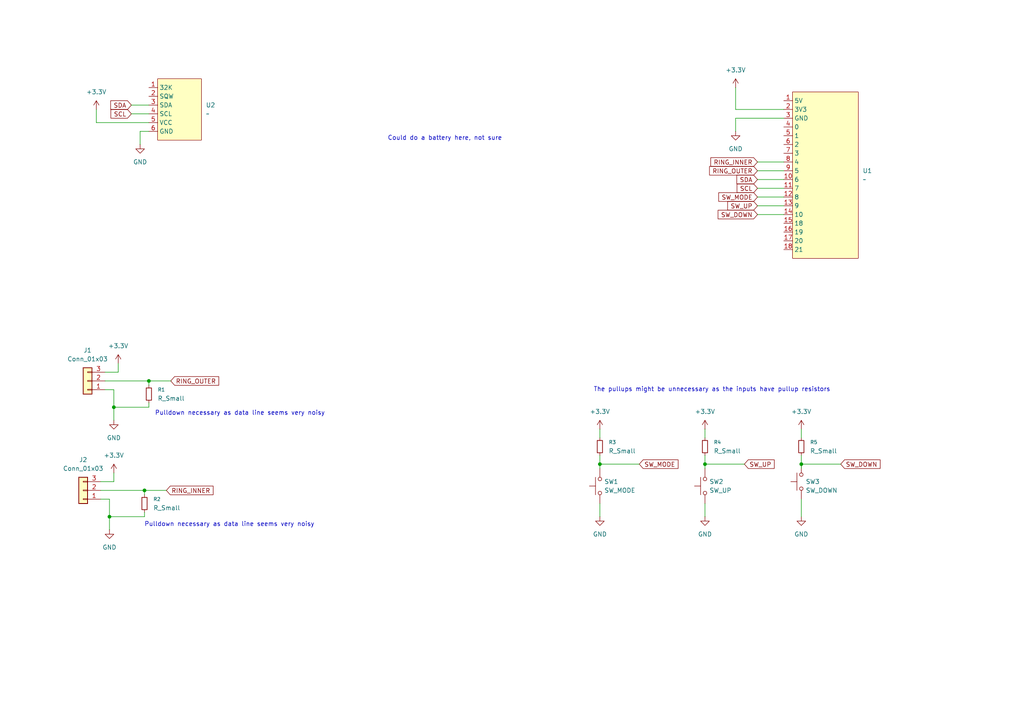
<source format=kicad_sch>
(kicad_sch
	(version 20250114)
	(generator "eeschema")
	(generator_version "9.0")
	(uuid "846d6995-4ba9-4371-9cea-a1a470e48603")
	(paper "A4")
	(lib_symbols
		(symbol "Connector_Generic:Conn_01x03"
			(pin_names
				(offset 1.016)
				(hide yes)
			)
			(exclude_from_sim no)
			(in_bom yes)
			(on_board yes)
			(property "Reference" "J"
				(at 0 5.08 0)
				(effects
					(font
						(size 1.27 1.27)
					)
				)
			)
			(property "Value" "Conn_01x03"
				(at 0 -5.08 0)
				(effects
					(font
						(size 1.27 1.27)
					)
				)
			)
			(property "Footprint" ""
				(at 0 0 0)
				(effects
					(font
						(size 1.27 1.27)
					)
					(hide yes)
				)
			)
			(property "Datasheet" "~"
				(at 0 0 0)
				(effects
					(font
						(size 1.27 1.27)
					)
					(hide yes)
				)
			)
			(property "Description" "Generic connector, single row, 01x03, script generated (kicad-library-utils/schlib/autogen/connector/)"
				(at 0 0 0)
				(effects
					(font
						(size 1.27 1.27)
					)
					(hide yes)
				)
			)
			(property "ki_keywords" "connector"
				(at 0 0 0)
				(effects
					(font
						(size 1.27 1.27)
					)
					(hide yes)
				)
			)
			(property "ki_fp_filters" "Connector*:*_1x??_*"
				(at 0 0 0)
				(effects
					(font
						(size 1.27 1.27)
					)
					(hide yes)
				)
			)
			(symbol "Conn_01x03_1_1"
				(rectangle
					(start -1.27 3.81)
					(end 1.27 -3.81)
					(stroke
						(width 0.254)
						(type default)
					)
					(fill
						(type background)
					)
				)
				(rectangle
					(start -1.27 2.667)
					(end 0 2.413)
					(stroke
						(width 0.1524)
						(type default)
					)
					(fill
						(type none)
					)
				)
				(rectangle
					(start -1.27 0.127)
					(end 0 -0.127)
					(stroke
						(width 0.1524)
						(type default)
					)
					(fill
						(type none)
					)
				)
				(rectangle
					(start -1.27 -2.413)
					(end 0 -2.667)
					(stroke
						(width 0.1524)
						(type default)
					)
					(fill
						(type none)
					)
				)
				(pin passive line
					(at -5.08 2.54 0)
					(length 3.81)
					(name "Pin_1"
						(effects
							(font
								(size 1.27 1.27)
							)
						)
					)
					(number "1"
						(effects
							(font
								(size 1.27 1.27)
							)
						)
					)
				)
				(pin passive line
					(at -5.08 0 0)
					(length 3.81)
					(name "Pin_2"
						(effects
							(font
								(size 1.27 1.27)
							)
						)
					)
					(number "2"
						(effects
							(font
								(size 1.27 1.27)
							)
						)
					)
				)
				(pin passive line
					(at -5.08 -2.54 0)
					(length 3.81)
					(name "Pin_3"
						(effects
							(font
								(size 1.27 1.27)
							)
						)
					)
					(number "3"
						(effects
							(font
								(size 1.27 1.27)
							)
						)
					)
				)
			)
			(embedded_fonts no)
		)
		(symbol "Device:R_Small"
			(pin_numbers
				(hide yes)
			)
			(pin_names
				(offset 0.254)
				(hide yes)
			)
			(exclude_from_sim no)
			(in_bom yes)
			(on_board yes)
			(property "Reference" "R"
				(at 0 0 90)
				(effects
					(font
						(size 1.016 1.016)
					)
				)
			)
			(property "Value" "R_Small"
				(at 1.778 0 90)
				(effects
					(font
						(size 1.27 1.27)
					)
				)
			)
			(property "Footprint" ""
				(at 0 0 0)
				(effects
					(font
						(size 1.27 1.27)
					)
					(hide yes)
				)
			)
			(property "Datasheet" "~"
				(at 0 0 0)
				(effects
					(font
						(size 1.27 1.27)
					)
					(hide yes)
				)
			)
			(property "Description" "Resistor, small symbol"
				(at 0 0 0)
				(effects
					(font
						(size 1.27 1.27)
					)
					(hide yes)
				)
			)
			(property "ki_keywords" "R resistor"
				(at 0 0 0)
				(effects
					(font
						(size 1.27 1.27)
					)
					(hide yes)
				)
			)
			(property "ki_fp_filters" "R_*"
				(at 0 0 0)
				(effects
					(font
						(size 1.27 1.27)
					)
					(hide yes)
				)
			)
			(symbol "R_Small_0_1"
				(rectangle
					(start -0.762 1.778)
					(end 0.762 -1.778)
					(stroke
						(width 0.2032)
						(type default)
					)
					(fill
						(type none)
					)
				)
			)
			(symbol "R_Small_1_1"
				(pin passive line
					(at 0 2.54 270)
					(length 0.762)
					(name "~"
						(effects
							(font
								(size 1.27 1.27)
							)
						)
					)
					(number "1"
						(effects
							(font
								(size 1.27 1.27)
							)
						)
					)
				)
				(pin passive line
					(at 0 -2.54 90)
					(length 0.762)
					(name "~"
						(effects
							(font
								(size 1.27 1.27)
							)
						)
					)
					(number "2"
						(effects
							(font
								(size 1.27 1.27)
							)
						)
					)
				)
			)
			(embedded_fonts no)
		)
		(symbol "RTC_breakout:RTC_Breakout"
			(exclude_from_sim no)
			(in_bom yes)
			(on_board yes)
			(property "Reference" "U"
				(at -1.016 1.016 0)
				(effects
					(font
						(size 1.27 1.27)
					)
				)
			)
			(property "Value" ""
				(at 0 0 0)
				(effects
					(font
						(size 1.27 1.27)
					)
				)
			)
			(property "Footprint" ""
				(at 0 0 0)
				(effects
					(font
						(size 1.27 1.27)
					)
					(hide yes)
				)
			)
			(property "Datasheet" ""
				(at 0 0 0)
				(effects
					(font
						(size 1.27 1.27)
					)
					(hide yes)
				)
			)
			(property "Description" ""
				(at 0 0 0)
				(effects
					(font
						(size 1.27 1.27)
					)
					(hide yes)
				)
			)
			(symbol "RTC_Breakout_1_1"
				(rectangle
					(start -8.89 8.89)
					(end 3.81 -8.89)
					(stroke
						(width 0)
						(type solid)
					)
					(fill
						(type background)
					)
				)
				(pin input line
					(at -11.43 6.35 0)
					(length 2.54)
					(name "32K"
						(effects
							(font
								(size 1.27 1.27)
							)
						)
					)
					(number "1"
						(effects
							(font
								(size 1.27 1.27)
							)
						)
					)
				)
				(pin input line
					(at -11.43 3.81 0)
					(length 2.54)
					(name "SQW"
						(effects
							(font
								(size 1.27 1.27)
							)
						)
					)
					(number "2"
						(effects
							(font
								(size 1.27 1.27)
							)
						)
					)
				)
				(pin input line
					(at -11.43 1.27 0)
					(length 2.54)
					(name "SDA"
						(effects
							(font
								(size 1.27 1.27)
							)
						)
					)
					(number "3"
						(effects
							(font
								(size 1.27 1.27)
							)
						)
					)
				)
				(pin input line
					(at -11.43 -1.27 0)
					(length 2.54)
					(name "SCL"
						(effects
							(font
								(size 1.27 1.27)
							)
						)
					)
					(number "4"
						(effects
							(font
								(size 1.27 1.27)
							)
						)
					)
				)
				(pin input line
					(at -11.43 -3.81 0)
					(length 2.54)
					(name "VCC"
						(effects
							(font
								(size 1.27 1.27)
							)
						)
					)
					(number "5"
						(effects
							(font
								(size 1.27 1.27)
							)
						)
					)
				)
				(pin input line
					(at -11.43 -6.35 0)
					(length 2.54)
					(name "GND"
						(effects
							(font
								(size 1.27 1.27)
							)
						)
					)
					(number "6"
						(effects
							(font
								(size 1.27 1.27)
							)
						)
					)
				)
			)
			(embedded_fonts no)
		)
		(symbol "Switch:SW_Push"
			(pin_numbers
				(hide yes)
			)
			(pin_names
				(offset 1.016)
				(hide yes)
			)
			(exclude_from_sim no)
			(in_bom yes)
			(on_board yes)
			(property "Reference" "SW"
				(at 1.27 2.54 0)
				(effects
					(font
						(size 1.27 1.27)
					)
					(justify left)
				)
			)
			(property "Value" "SW_Push"
				(at 0 -1.524 0)
				(effects
					(font
						(size 1.27 1.27)
					)
				)
			)
			(property "Footprint" ""
				(at 0 5.08 0)
				(effects
					(font
						(size 1.27 1.27)
					)
					(hide yes)
				)
			)
			(property "Datasheet" "~"
				(at 0 5.08 0)
				(effects
					(font
						(size 1.27 1.27)
					)
					(hide yes)
				)
			)
			(property "Description" "Push button switch, generic, two pins"
				(at 0 0 0)
				(effects
					(font
						(size 1.27 1.27)
					)
					(hide yes)
				)
			)
			(property "ki_keywords" "switch normally-open pushbutton push-button"
				(at 0 0 0)
				(effects
					(font
						(size 1.27 1.27)
					)
					(hide yes)
				)
			)
			(symbol "SW_Push_0_1"
				(circle
					(center -2.032 0)
					(radius 0.508)
					(stroke
						(width 0)
						(type default)
					)
					(fill
						(type none)
					)
				)
				(polyline
					(pts
						(xy 0 1.27) (xy 0 3.048)
					)
					(stroke
						(width 0)
						(type default)
					)
					(fill
						(type none)
					)
				)
				(circle
					(center 2.032 0)
					(radius 0.508)
					(stroke
						(width 0)
						(type default)
					)
					(fill
						(type none)
					)
				)
				(polyline
					(pts
						(xy 2.54 1.27) (xy -2.54 1.27)
					)
					(stroke
						(width 0)
						(type default)
					)
					(fill
						(type none)
					)
				)
				(pin passive line
					(at -5.08 0 0)
					(length 2.54)
					(name "1"
						(effects
							(font
								(size 1.27 1.27)
							)
						)
					)
					(number "1"
						(effects
							(font
								(size 1.27 1.27)
							)
						)
					)
				)
				(pin passive line
					(at 5.08 0 180)
					(length 2.54)
					(name "2"
						(effects
							(font
								(size 1.27 1.27)
							)
						)
					)
					(number "2"
						(effects
							(font
								(size 1.27 1.27)
							)
						)
					)
				)
			)
			(embedded_fonts no)
		)
		(symbol "Waveshare:Waveshare_ESP32-C3-zero"
			(exclude_from_sim no)
			(in_bom yes)
			(on_board yes)
			(property "Reference" "U"
				(at 0 0 0)
				(effects
					(font
						(size 1.27 1.27)
					)
				)
			)
			(property "Value" ""
				(at 0 0 0)
				(effects
					(font
						(size 1.27 1.27)
					)
				)
			)
			(property "Footprint" ""
				(at 0 0 0)
				(effects
					(font
						(size 1.27 1.27)
					)
					(hide yes)
				)
			)
			(property "Datasheet" ""
				(at 0 0 0)
				(effects
					(font
						(size 1.27 1.27)
					)
					(hide yes)
				)
			)
			(property "Description" ""
				(at 0 0 0)
				(effects
					(font
						(size 1.27 1.27)
					)
					(hide yes)
				)
			)
			(symbol "Waveshare_ESP32-C3-zero_1_1"
				(rectangle
					(start -10.16 11.43)
					(end 8.89 -36.83)
					(stroke
						(width 0)
						(type solid)
					)
					(fill
						(type background)
					)
				)
				(pin input line
					(at -12.7 8.89 0)
					(length 2.54)
					(name "5V"
						(effects
							(font
								(size 1.27 1.27)
							)
						)
					)
					(number "1"
						(effects
							(font
								(size 1.27 1.27)
							)
						)
					)
				)
				(pin input line
					(at -12.7 6.35 0)
					(length 2.54)
					(name "3V3"
						(effects
							(font
								(size 1.27 1.27)
							)
						)
					)
					(number "2"
						(effects
							(font
								(size 1.27 1.27)
							)
						)
					)
				)
				(pin input line
					(at -12.7 3.81 0)
					(length 2.54)
					(name "GND"
						(effects
							(font
								(size 1.27 1.27)
							)
						)
					)
					(number "3"
						(effects
							(font
								(size 1.27 1.27)
							)
						)
					)
				)
				(pin input line
					(at -12.7 1.27 0)
					(length 2.54)
					(name "0"
						(effects
							(font
								(size 1.27 1.27)
							)
						)
					)
					(number "4"
						(effects
							(font
								(size 1.27 1.27)
							)
						)
					)
				)
				(pin input line
					(at -12.7 -1.27 0)
					(length 2.54)
					(name "1"
						(effects
							(font
								(size 1.27 1.27)
							)
						)
					)
					(number "5"
						(effects
							(font
								(size 1.27 1.27)
							)
						)
					)
				)
				(pin input line
					(at -12.7 -3.81 0)
					(length 2.54)
					(name "2"
						(effects
							(font
								(size 1.27 1.27)
							)
						)
					)
					(number "6"
						(effects
							(font
								(size 1.27 1.27)
							)
						)
					)
				)
				(pin input line
					(at -12.7 -6.35 0)
					(length 2.54)
					(name "3"
						(effects
							(font
								(size 1.27 1.27)
							)
						)
					)
					(number "7"
						(effects
							(font
								(size 1.27 1.27)
							)
						)
					)
				)
				(pin input line
					(at -12.7 -8.89 0)
					(length 2.54)
					(name "4"
						(effects
							(font
								(size 1.27 1.27)
							)
						)
					)
					(number "8"
						(effects
							(font
								(size 1.27 1.27)
							)
						)
					)
				)
				(pin input line
					(at -12.7 -11.43 0)
					(length 2.54)
					(name "5"
						(effects
							(font
								(size 1.27 1.27)
							)
						)
					)
					(number "9"
						(effects
							(font
								(size 1.27 1.27)
							)
						)
					)
				)
				(pin input line
					(at -12.7 -13.97 0)
					(length 2.54)
					(name "6"
						(effects
							(font
								(size 1.27 1.27)
							)
						)
					)
					(number "10"
						(effects
							(font
								(size 1.27 1.27)
							)
						)
					)
				)
				(pin input line
					(at -12.7 -16.51 0)
					(length 2.54)
					(name "7"
						(effects
							(font
								(size 1.27 1.27)
							)
						)
					)
					(number "11"
						(effects
							(font
								(size 1.27 1.27)
							)
						)
					)
				)
				(pin input line
					(at -12.7 -19.05 0)
					(length 2.54)
					(name "8"
						(effects
							(font
								(size 1.27 1.27)
							)
						)
					)
					(number "12"
						(effects
							(font
								(size 1.27 1.27)
							)
						)
					)
				)
				(pin input line
					(at -12.7 -21.59 0)
					(length 2.54)
					(name "9"
						(effects
							(font
								(size 1.27 1.27)
							)
						)
					)
					(number "13"
						(effects
							(font
								(size 1.27 1.27)
							)
						)
					)
				)
				(pin input line
					(at -12.7 -24.13 0)
					(length 2.54)
					(name "10"
						(effects
							(font
								(size 1.27 1.27)
							)
						)
					)
					(number "14"
						(effects
							(font
								(size 1.27 1.27)
							)
						)
					)
				)
				(pin input line
					(at -12.7 -26.67 0)
					(length 2.54)
					(name "18"
						(effects
							(font
								(size 1.27 1.27)
							)
						)
					)
					(number "15"
						(effects
							(font
								(size 1.27 1.27)
							)
						)
					)
				)
				(pin input line
					(at -12.7 -29.21 0)
					(length 2.54)
					(name "19"
						(effects
							(font
								(size 1.27 1.27)
							)
						)
					)
					(number "16"
						(effects
							(font
								(size 1.27 1.27)
							)
						)
					)
				)
				(pin input line
					(at -12.7 -31.75 0)
					(length 2.54)
					(name "20"
						(effects
							(font
								(size 1.27 1.27)
							)
						)
					)
					(number "17"
						(effects
							(font
								(size 1.27 1.27)
							)
						)
					)
				)
				(pin input line
					(at -12.7 -34.29 0)
					(length 2.54)
					(name "21"
						(effects
							(font
								(size 1.27 1.27)
							)
						)
					)
					(number "18"
						(effects
							(font
								(size 1.27 1.27)
							)
						)
					)
				)
			)
			(embedded_fonts no)
		)
		(symbol "power:+3.3V"
			(power)
			(pin_numbers
				(hide yes)
			)
			(pin_names
				(offset 0)
				(hide yes)
			)
			(exclude_from_sim no)
			(in_bom yes)
			(on_board yes)
			(property "Reference" "#PWR"
				(at 0 -3.81 0)
				(effects
					(font
						(size 1.27 1.27)
					)
					(hide yes)
				)
			)
			(property "Value" "+3.3V"
				(at 0 3.556 0)
				(effects
					(font
						(size 1.27 1.27)
					)
				)
			)
			(property "Footprint" ""
				(at 0 0 0)
				(effects
					(font
						(size 1.27 1.27)
					)
					(hide yes)
				)
			)
			(property "Datasheet" ""
				(at 0 0 0)
				(effects
					(font
						(size 1.27 1.27)
					)
					(hide yes)
				)
			)
			(property "Description" "Power symbol creates a global label with name \"+3.3V\""
				(at 0 0 0)
				(effects
					(font
						(size 1.27 1.27)
					)
					(hide yes)
				)
			)
			(property "ki_keywords" "global power"
				(at 0 0 0)
				(effects
					(font
						(size 1.27 1.27)
					)
					(hide yes)
				)
			)
			(symbol "+3.3V_0_1"
				(polyline
					(pts
						(xy -0.762 1.27) (xy 0 2.54)
					)
					(stroke
						(width 0)
						(type default)
					)
					(fill
						(type none)
					)
				)
				(polyline
					(pts
						(xy 0 2.54) (xy 0.762 1.27)
					)
					(stroke
						(width 0)
						(type default)
					)
					(fill
						(type none)
					)
				)
				(polyline
					(pts
						(xy 0 0) (xy 0 2.54)
					)
					(stroke
						(width 0)
						(type default)
					)
					(fill
						(type none)
					)
				)
			)
			(symbol "+3.3V_1_1"
				(pin power_in line
					(at 0 0 90)
					(length 0)
					(name "~"
						(effects
							(font
								(size 1.27 1.27)
							)
						)
					)
					(number "1"
						(effects
							(font
								(size 1.27 1.27)
							)
						)
					)
				)
			)
			(embedded_fonts no)
		)
		(symbol "power:GND"
			(power)
			(pin_numbers
				(hide yes)
			)
			(pin_names
				(offset 0)
				(hide yes)
			)
			(exclude_from_sim no)
			(in_bom yes)
			(on_board yes)
			(property "Reference" "#PWR"
				(at 0 -6.35 0)
				(effects
					(font
						(size 1.27 1.27)
					)
					(hide yes)
				)
			)
			(property "Value" "GND"
				(at 0 -3.81 0)
				(effects
					(font
						(size 1.27 1.27)
					)
				)
			)
			(property "Footprint" ""
				(at 0 0 0)
				(effects
					(font
						(size 1.27 1.27)
					)
					(hide yes)
				)
			)
			(property "Datasheet" ""
				(at 0 0 0)
				(effects
					(font
						(size 1.27 1.27)
					)
					(hide yes)
				)
			)
			(property "Description" "Power symbol creates a global label with name \"GND\" , ground"
				(at 0 0 0)
				(effects
					(font
						(size 1.27 1.27)
					)
					(hide yes)
				)
			)
			(property "ki_keywords" "global power"
				(at 0 0 0)
				(effects
					(font
						(size 1.27 1.27)
					)
					(hide yes)
				)
			)
			(symbol "GND_0_1"
				(polyline
					(pts
						(xy 0 0) (xy 0 -1.27) (xy 1.27 -1.27) (xy 0 -2.54) (xy -1.27 -1.27) (xy 0 -1.27)
					)
					(stroke
						(width 0)
						(type default)
					)
					(fill
						(type none)
					)
				)
			)
			(symbol "GND_1_1"
				(pin power_in line
					(at 0 0 270)
					(length 0)
					(name "~"
						(effects
							(font
								(size 1.27 1.27)
							)
						)
					)
					(number "1"
						(effects
							(font
								(size 1.27 1.27)
							)
						)
					)
				)
			)
			(embedded_fonts no)
		)
	)
	(text "Pulldown necessary as data line seems very noisy"
		(exclude_from_sim no)
		(at 69.596 119.888 0)
		(effects
			(font
				(size 1.27 1.27)
			)
		)
		(uuid "71a2e09e-be16-44b0-a888-9d590d4d18d5")
	)
	(text "Could do a battery here, not sure"
		(exclude_from_sim no)
		(at 129.032 40.132 0)
		(effects
			(font
				(size 1.27 1.27)
			)
		)
		(uuid "da276238-98b1-4894-9b52-f1db03a600d3")
	)
	(text "The pullups might be unnecessary as the inputs have pullup resistors"
		(exclude_from_sim no)
		(at 206.502 113.03 0)
		(effects
			(font
				(size 1.27 1.27)
			)
		)
		(uuid "e00411d9-d789-4681-af16-16300de231be")
	)
	(text "Pulldown necessary as data line seems very noisy"
		(exclude_from_sim no)
		(at 66.548 152.146 0)
		(effects
			(font
				(size 1.27 1.27)
			)
		)
		(uuid "e1faad06-abbc-45d2-89d6-e48ef98cf73a")
	)
	(junction
		(at 232.41 134.62)
		(diameter 0)
		(color 0 0 0 0)
		(uuid "082e28fd-9a08-4741-8bd0-12633d63600b")
	)
	(junction
		(at 43.18 110.49)
		(diameter 0)
		(color 0 0 0 0)
		(uuid "462b82d4-f753-4814-95cf-1efef7878d0a")
	)
	(junction
		(at 41.91 142.24)
		(diameter 0)
		(color 0 0 0 0)
		(uuid "4aeb4338-464e-4324-b8f1-9c26611676dc")
	)
	(junction
		(at 204.47 134.62)
		(diameter 0)
		(color 0 0 0 0)
		(uuid "4f7e7ac6-b190-4fe8-8868-b0e0d64ab38a")
	)
	(junction
		(at 173.99 134.62)
		(diameter 0)
		(color 0 0 0 0)
		(uuid "71645132-c721-46bf-821c-abe6612b52c7")
	)
	(junction
		(at 31.75 149.86)
		(diameter 0)
		(color 0 0 0 0)
		(uuid "9e2505f7-483a-40a7-8c35-7af955551cee")
	)
	(junction
		(at 33.02 118.11)
		(diameter 0)
		(color 0 0 0 0)
		(uuid "e97aeb51-21f8-4ecb-9100-f0d83dc47167")
	)
	(wire
		(pts
			(xy 29.21 142.24) (xy 41.91 142.24)
		)
		(stroke
			(width 0)
			(type default)
		)
		(uuid "09763d58-a133-4b0b-8bdd-92df6d2e356e")
	)
	(wire
		(pts
			(xy 232.41 124.46) (xy 232.41 127)
		)
		(stroke
			(width 0)
			(type default)
		)
		(uuid "0dafae9a-cf21-4414-9aa5-a86e51f8142f")
	)
	(wire
		(pts
			(xy 30.48 110.49) (xy 43.18 110.49)
		)
		(stroke
			(width 0)
			(type default)
		)
		(uuid "0ec32d9c-351e-4080-877e-58b27e4b9d2d")
	)
	(wire
		(pts
			(xy 31.75 149.86) (xy 31.75 153.67)
		)
		(stroke
			(width 0)
			(type default)
		)
		(uuid "11294005-ded1-4dd2-a2ae-22cb20dccb74")
	)
	(wire
		(pts
			(xy 33.02 118.11) (xy 33.02 121.92)
		)
		(stroke
			(width 0)
			(type default)
		)
		(uuid "1294d188-20f5-4e90-b9ff-f975a603f635")
	)
	(wire
		(pts
			(xy 213.36 31.75) (xy 213.36 25.4)
		)
		(stroke
			(width 0)
			(type default)
		)
		(uuid "170d952d-e1b2-4694-985e-c394236fed72")
	)
	(wire
		(pts
			(xy 173.99 146.05) (xy 173.99 149.86)
		)
		(stroke
			(width 0)
			(type default)
		)
		(uuid "1840343d-98c7-4ac3-b393-79732e0e42c8")
	)
	(wire
		(pts
			(xy 31.75 144.78) (xy 31.75 149.86)
		)
		(stroke
			(width 0)
			(type default)
		)
		(uuid "1c8c709e-1073-4357-a8b6-399c63f8839d")
	)
	(wire
		(pts
			(xy 219.71 57.15) (xy 227.33 57.15)
		)
		(stroke
			(width 0)
			(type default)
		)
		(uuid "27fa7085-2e3c-4c57-b9a7-5c8262a51c41")
	)
	(wire
		(pts
			(xy 219.71 52.07) (xy 227.33 52.07)
		)
		(stroke
			(width 0)
			(type default)
		)
		(uuid "2e56da36-2bd1-47a2-94f7-f557832464ea")
	)
	(wire
		(pts
			(xy 43.18 111.76) (xy 43.18 110.49)
		)
		(stroke
			(width 0)
			(type default)
		)
		(uuid "39b7f94b-4673-49d6-a51c-e08765e91642")
	)
	(wire
		(pts
			(xy 33.02 139.7) (xy 29.21 139.7)
		)
		(stroke
			(width 0)
			(type default)
		)
		(uuid "3a5fea3a-4406-4e6f-b5fa-94736e686a5d")
	)
	(wire
		(pts
			(xy 27.94 35.56) (xy 43.18 35.56)
		)
		(stroke
			(width 0)
			(type default)
		)
		(uuid "40009a99-7bcc-4ade-b0af-68ac90d95656")
	)
	(wire
		(pts
			(xy 232.41 134.62) (xy 232.41 135.89)
		)
		(stroke
			(width 0)
			(type default)
		)
		(uuid "45caaf9d-f7fb-4b92-baf5-91888568fb13")
	)
	(wire
		(pts
			(xy 227.33 34.29) (xy 213.36 34.29)
		)
		(stroke
			(width 0)
			(type default)
		)
		(uuid "4769db28-8b16-432b-8fd0-acb1c253b8ea")
	)
	(wire
		(pts
			(xy 204.47 134.62) (xy 215.9 134.62)
		)
		(stroke
			(width 0)
			(type default)
		)
		(uuid "5729c11b-274c-4766-9fdb-642df58583ce")
	)
	(wire
		(pts
			(xy 41.91 148.59) (xy 41.91 149.86)
		)
		(stroke
			(width 0)
			(type default)
		)
		(uuid "61e955a4-f089-42c6-9ce3-f9dad31902a8")
	)
	(wire
		(pts
			(xy 232.41 132.08) (xy 232.41 134.62)
		)
		(stroke
			(width 0)
			(type default)
		)
		(uuid "73644b5b-9f4d-494e-b3f6-6ea4b4b08ccd")
	)
	(wire
		(pts
			(xy 27.94 35.56) (xy 27.94 31.75)
		)
		(stroke
			(width 0)
			(type default)
		)
		(uuid "737c3dd6-e772-41c4-a44b-7b295764eed9")
	)
	(wire
		(pts
			(xy 33.02 137.16) (xy 33.02 139.7)
		)
		(stroke
			(width 0)
			(type default)
		)
		(uuid "789cbf72-276f-4c92-8396-a1030d4f2161")
	)
	(wire
		(pts
			(xy 219.71 49.53) (xy 227.33 49.53)
		)
		(stroke
			(width 0)
			(type default)
		)
		(uuid "7dff037c-aa11-4797-b5d5-6bca90ddca6e")
	)
	(wire
		(pts
			(xy 41.91 143.51) (xy 41.91 142.24)
		)
		(stroke
			(width 0)
			(type default)
		)
		(uuid "819cc09d-7097-422d-88d3-e3c5523983e9")
	)
	(wire
		(pts
			(xy 204.47 124.46) (xy 204.47 127)
		)
		(stroke
			(width 0)
			(type default)
		)
		(uuid "881d8292-2446-4a5a-9008-e52f0d426927")
	)
	(wire
		(pts
			(xy 232.41 144.78) (xy 232.41 149.86)
		)
		(stroke
			(width 0)
			(type default)
		)
		(uuid "8feaa097-148f-4627-a520-e52cb29b24df")
	)
	(wire
		(pts
			(xy 173.99 124.46) (xy 173.99 127)
		)
		(stroke
			(width 0)
			(type default)
		)
		(uuid "98dd94b9-88e0-4020-a157-1324f2f90595")
	)
	(wire
		(pts
			(xy 219.71 59.69) (xy 227.33 59.69)
		)
		(stroke
			(width 0)
			(type default)
		)
		(uuid "9a575d91-adc5-4777-8e18-69ecdb3d2539")
	)
	(wire
		(pts
			(xy 232.41 134.62) (xy 243.84 134.62)
		)
		(stroke
			(width 0)
			(type default)
		)
		(uuid "9d4a6ac9-2adf-4282-969e-fd5f3ca1c35e")
	)
	(wire
		(pts
			(xy 40.64 38.1) (xy 40.64 41.91)
		)
		(stroke
			(width 0)
			(type default)
		)
		(uuid "9dd27483-ee97-44f7-98d9-cc096307520c")
	)
	(wire
		(pts
			(xy 34.29 107.95) (xy 30.48 107.95)
		)
		(stroke
			(width 0)
			(type default)
		)
		(uuid "9e1c1177-9171-484b-892e-18a19aa9a68a")
	)
	(wire
		(pts
			(xy 33.02 113.03) (xy 30.48 113.03)
		)
		(stroke
			(width 0)
			(type default)
		)
		(uuid "a2b9cd4b-19fb-48b5-9f07-ee29d7986f66")
	)
	(wire
		(pts
			(xy 219.71 62.23) (xy 227.33 62.23)
		)
		(stroke
			(width 0)
			(type default)
		)
		(uuid "aa1e29b5-21b9-45e1-9c34-dc8ccefa6606")
	)
	(wire
		(pts
			(xy 33.02 113.03) (xy 33.02 118.11)
		)
		(stroke
			(width 0)
			(type default)
		)
		(uuid "af51348c-7761-410d-a62a-5afe26b0462a")
	)
	(wire
		(pts
			(xy 227.33 31.75) (xy 213.36 31.75)
		)
		(stroke
			(width 0)
			(type default)
		)
		(uuid "b0d3f4f7-ba0a-4bd3-89ca-ad245407fc27")
	)
	(wire
		(pts
			(xy 38.1 33.02) (xy 43.18 33.02)
		)
		(stroke
			(width 0)
			(type default)
		)
		(uuid "b3b95b6b-044e-4fef-a58c-1deac25aadee")
	)
	(wire
		(pts
			(xy 219.71 54.61) (xy 227.33 54.61)
		)
		(stroke
			(width 0)
			(type default)
		)
		(uuid "b4f5cecd-17c2-4431-9428-5f5682e43288")
	)
	(wire
		(pts
			(xy 34.29 105.41) (xy 34.29 107.95)
		)
		(stroke
			(width 0)
			(type default)
		)
		(uuid "c13cfad6-63c5-43d1-8de3-fff1005a2130")
	)
	(wire
		(pts
			(xy 31.75 144.78) (xy 29.21 144.78)
		)
		(stroke
			(width 0)
			(type default)
		)
		(uuid "c3325dc2-b9a4-4c99-9ba7-a9de960e8ca5")
	)
	(wire
		(pts
			(xy 219.71 46.99) (xy 227.33 46.99)
		)
		(stroke
			(width 0)
			(type default)
		)
		(uuid "c401a5a3-0d2a-40f0-bd59-fa11ee7a4f6b")
	)
	(wire
		(pts
			(xy 40.64 38.1) (xy 43.18 38.1)
		)
		(stroke
			(width 0)
			(type default)
		)
		(uuid "c7446cbf-7aa6-4081-8e3d-c68ce1542e36")
	)
	(wire
		(pts
			(xy 41.91 142.24) (xy 48.26 142.24)
		)
		(stroke
			(width 0)
			(type default)
		)
		(uuid "cc80e212-7595-4a57-a01b-ef3fa0cd5b54")
	)
	(wire
		(pts
			(xy 38.1 30.48) (xy 43.18 30.48)
		)
		(stroke
			(width 0)
			(type default)
		)
		(uuid "cdf84402-0474-4c1e-b7ad-dd32802d5cae")
	)
	(wire
		(pts
			(xy 33.02 118.11) (xy 43.18 118.11)
		)
		(stroke
			(width 0)
			(type default)
		)
		(uuid "cf0823bc-4a75-4e7d-9ba3-38ecffa8e03a")
	)
	(wire
		(pts
			(xy 31.75 149.86) (xy 41.91 149.86)
		)
		(stroke
			(width 0)
			(type default)
		)
		(uuid "d21ae35d-3fbb-434e-9790-59bc70b5c37c")
	)
	(wire
		(pts
			(xy 173.99 134.62) (xy 173.99 135.89)
		)
		(stroke
			(width 0)
			(type default)
		)
		(uuid "d92982c5-e6b1-4858-aaee-eb24b3a4ca94")
	)
	(wire
		(pts
			(xy 43.18 110.49) (xy 49.53 110.49)
		)
		(stroke
			(width 0)
			(type default)
		)
		(uuid "dbfac4eb-282d-438b-8f87-3029742ee7b2")
	)
	(wire
		(pts
			(xy 173.99 134.62) (xy 185.42 134.62)
		)
		(stroke
			(width 0)
			(type default)
		)
		(uuid "de904bce-5658-4389-ab36-370d54c4731a")
	)
	(wire
		(pts
			(xy 204.47 134.62) (xy 204.47 135.89)
		)
		(stroke
			(width 0)
			(type default)
		)
		(uuid "e1f2f75a-f384-49b3-8dec-69997f0ec45c")
	)
	(wire
		(pts
			(xy 43.18 116.84) (xy 43.18 118.11)
		)
		(stroke
			(width 0)
			(type default)
		)
		(uuid "e3084bb2-384e-473c-8ba2-c2c2697f2efb")
	)
	(wire
		(pts
			(xy 204.47 146.05) (xy 204.47 149.86)
		)
		(stroke
			(width 0)
			(type default)
		)
		(uuid "e88045a0-5271-49f1-ba69-8d9034c6d984")
	)
	(wire
		(pts
			(xy 213.36 34.29) (xy 213.36 38.1)
		)
		(stroke
			(width 0)
			(type default)
		)
		(uuid "ebee47cf-36ec-44a5-a162-3bdd58b2a9fe")
	)
	(wire
		(pts
			(xy 173.99 132.08) (xy 173.99 134.62)
		)
		(stroke
			(width 0)
			(type default)
		)
		(uuid "f792a1c2-685a-439a-87e4-bea442cbaaf1")
	)
	(wire
		(pts
			(xy 204.47 132.08) (xy 204.47 134.62)
		)
		(stroke
			(width 0)
			(type default)
		)
		(uuid "f796a41a-f649-4035-b765-6e6bcb11425c")
	)
	(global_label "SW_DOWN"
		(shape input)
		(at 219.71 62.23 180)
		(fields_autoplaced yes)
		(effects
			(font
				(size 1.27 1.27)
			)
			(justify right)
		)
		(uuid "01d50147-7356-46b5-81a7-1b2084dcbede")
		(property "Intersheetrefs" "${INTERSHEET_REFS}"
			(at 207.7139 62.23 0)
			(effects
				(font
					(size 1.27 1.27)
				)
				(justify right)
				(hide yes)
			)
		)
	)
	(global_label "RING_INNER"
		(shape input)
		(at 48.26 142.24 0)
		(fields_autoplaced yes)
		(effects
			(font
				(size 1.27 1.27)
			)
			(justify left)
		)
		(uuid "279585a7-1d89-4900-8d80-640e197368f3")
		(property "Intersheetrefs" "${INTERSHEET_REFS}"
			(at 62.3729 142.24 0)
			(effects
				(font
					(size 1.27 1.27)
				)
				(justify left)
				(hide yes)
			)
		)
	)
	(global_label "SW_UP"
		(shape input)
		(at 219.71 59.69 180)
		(fields_autoplaced yes)
		(effects
			(font
				(size 1.27 1.27)
			)
			(justify right)
		)
		(uuid "3eacf4fd-24af-4c5d-bdfb-f9ae91d25209")
		(property "Intersheetrefs" "${INTERSHEET_REFS}"
			(at 210.4958 59.69 0)
			(effects
				(font
					(size 1.27 1.27)
				)
				(justify right)
				(hide yes)
			)
		)
	)
	(global_label "SW_DOWN"
		(shape input)
		(at 243.84 134.62 0)
		(fields_autoplaced yes)
		(effects
			(font
				(size 1.27 1.27)
			)
			(justify left)
		)
		(uuid "48a337b7-b024-47d7-b62a-81b8f51afdb9")
		(property "Intersheetrefs" "${INTERSHEET_REFS}"
			(at 255.8361 134.62 0)
			(effects
				(font
					(size 1.27 1.27)
				)
				(justify left)
				(hide yes)
			)
		)
	)
	(global_label "SDA"
		(shape input)
		(at 38.1 30.48 180)
		(fields_autoplaced yes)
		(effects
			(font
				(size 1.27 1.27)
			)
			(justify right)
		)
		(uuid "66c27c18-2583-441d-adaa-3b9b2634eff4")
		(property "Intersheetrefs" "${INTERSHEET_REFS}"
			(at 31.5467 30.48 0)
			(effects
				(font
					(size 1.27 1.27)
				)
				(justify right)
				(hide yes)
			)
		)
	)
	(global_label "SW_MODE"
		(shape input)
		(at 185.42 134.62 0)
		(fields_autoplaced yes)
		(effects
			(font
				(size 1.27 1.27)
			)
			(justify left)
		)
		(uuid "6a0ccda0-ebe4-43e7-a762-9cd952c05bea")
		(property "Intersheetrefs" "${INTERSHEET_REFS}"
			(at 197.2346 134.62 0)
			(effects
				(font
					(size 1.27 1.27)
				)
				(justify left)
				(hide yes)
			)
		)
	)
	(global_label "RING_OUTER"
		(shape input)
		(at 219.71 49.53 180)
		(fields_autoplaced yes)
		(effects
			(font
				(size 1.27 1.27)
			)
			(justify right)
		)
		(uuid "6ac0d478-109d-42c9-8399-f4a0b63559e7")
		(property "Intersheetrefs" "${INTERSHEET_REFS}"
			(at 205.2343 49.53 0)
			(effects
				(font
					(size 1.27 1.27)
				)
				(justify right)
				(hide yes)
			)
		)
	)
	(global_label "SDA"
		(shape input)
		(at 219.71 52.07 180)
		(fields_autoplaced yes)
		(effects
			(font
				(size 1.27 1.27)
			)
			(justify right)
		)
		(uuid "8cc20a4e-622c-4ef7-ba74-47f36d0d9e88")
		(property "Intersheetrefs" "${INTERSHEET_REFS}"
			(at 213.1567 52.07 0)
			(effects
				(font
					(size 1.27 1.27)
				)
				(justify right)
				(hide yes)
			)
		)
	)
	(global_label "SCL"
		(shape input)
		(at 38.1 33.02 180)
		(fields_autoplaced yes)
		(effects
			(font
				(size 1.27 1.27)
			)
			(justify right)
		)
		(uuid "8e02bd7a-9e7f-4438-8adf-cd480d69e1bc")
		(property "Intersheetrefs" "${INTERSHEET_REFS}"
			(at 31.6072 33.02 0)
			(effects
				(font
					(size 1.27 1.27)
				)
				(justify right)
				(hide yes)
			)
		)
	)
	(global_label "SCL"
		(shape input)
		(at 219.71 54.61 180)
		(fields_autoplaced yes)
		(effects
			(font
				(size 1.27 1.27)
			)
			(justify right)
		)
		(uuid "8e9ab850-0e14-4b20-82cf-d3ea7d2ff4a6")
		(property "Intersheetrefs" "${INTERSHEET_REFS}"
			(at 213.2172 54.61 0)
			(effects
				(font
					(size 1.27 1.27)
				)
				(justify right)
				(hide yes)
			)
		)
	)
	(global_label "RING_INNER"
		(shape input)
		(at 219.71 46.99 180)
		(fields_autoplaced yes)
		(effects
			(font
				(size 1.27 1.27)
			)
			(justify right)
		)
		(uuid "a2a24c01-7082-4a06-9146-d09eba75ef12")
		(property "Intersheetrefs" "${INTERSHEET_REFS}"
			(at 205.5971 46.99 0)
			(effects
				(font
					(size 1.27 1.27)
				)
				(justify right)
				(hide yes)
			)
		)
	)
	(global_label "SW_UP"
		(shape input)
		(at 215.9 134.62 0)
		(fields_autoplaced yes)
		(effects
			(font
				(size 1.27 1.27)
			)
			(justify left)
		)
		(uuid "aea8d7aa-1fca-414a-98a5-9b20f32dbf60")
		(property "Intersheetrefs" "${INTERSHEET_REFS}"
			(at 225.1142 134.62 0)
			(effects
				(font
					(size 1.27 1.27)
				)
				(justify left)
				(hide yes)
			)
		)
	)
	(global_label "SW_MODE"
		(shape input)
		(at 219.71 57.15 180)
		(fields_autoplaced yes)
		(effects
			(font
				(size 1.27 1.27)
			)
			(justify right)
		)
		(uuid "d5ff73c5-43b7-404a-80f5-644e100a122e")
		(property "Intersheetrefs" "${INTERSHEET_REFS}"
			(at 207.8954 57.15 0)
			(effects
				(font
					(size 1.27 1.27)
				)
				(justify right)
				(hide yes)
			)
		)
	)
	(global_label "RING_OUTER"
		(shape input)
		(at 49.53 110.49 0)
		(fields_autoplaced yes)
		(effects
			(font
				(size 1.27 1.27)
			)
			(justify left)
		)
		(uuid "e29d5fd9-aac3-44f8-8aae-6e405db5d1df")
		(property "Intersheetrefs" "${INTERSHEET_REFS}"
			(at 64.0057 110.49 0)
			(effects
				(font
					(size 1.27 1.27)
				)
				(justify left)
				(hide yes)
			)
		)
	)
	(symbol
		(lib_id "power:+3.3V")
		(at 213.36 25.4 0)
		(unit 1)
		(exclude_from_sim no)
		(in_bom yes)
		(on_board yes)
		(dnp no)
		(fields_autoplaced yes)
		(uuid "1aafe679-af6c-47bc-bc62-42a8a86e77a8")
		(property "Reference" "#PWR01"
			(at 213.36 29.21 0)
			(effects
				(font
					(size 1.27 1.27)
				)
				(hide yes)
			)
		)
		(property "Value" "+3.3V"
			(at 213.36 20.32 0)
			(effects
				(font
					(size 1.27 1.27)
				)
			)
		)
		(property "Footprint" ""
			(at 213.36 25.4 0)
			(effects
				(font
					(size 1.27 1.27)
				)
				(hide yes)
			)
		)
		(property "Datasheet" ""
			(at 213.36 25.4 0)
			(effects
				(font
					(size 1.27 1.27)
				)
				(hide yes)
			)
		)
		(property "Description" "Power symbol creates a global label with name \"+3.3V\""
			(at 213.36 25.4 0)
			(effects
				(font
					(size 1.27 1.27)
				)
				(hide yes)
			)
		)
		(pin "1"
			(uuid "0aa162a6-6585-4589-a524-622771a5cb24")
		)
		(instances
			(project ""
				(path "/846d6995-4ba9-4371-9cea-a1a470e48603"
					(reference "#PWR01")
					(unit 1)
				)
			)
		)
	)
	(symbol
		(lib_id "power:GND")
		(at 40.64 41.91 0)
		(unit 1)
		(exclude_from_sim no)
		(in_bom yes)
		(on_board yes)
		(dnp no)
		(fields_autoplaced yes)
		(uuid "375943a0-e1b1-4bcf-9b41-a2cfb76719ed")
		(property "Reference" "#PWR08"
			(at 40.64 48.26 0)
			(effects
				(font
					(size 1.27 1.27)
				)
				(hide yes)
			)
		)
		(property "Value" "GND"
			(at 40.64 46.99 0)
			(effects
				(font
					(size 1.27 1.27)
				)
			)
		)
		(property "Footprint" ""
			(at 40.64 41.91 0)
			(effects
				(font
					(size 1.27 1.27)
				)
				(hide yes)
			)
		)
		(property "Datasheet" ""
			(at 40.64 41.91 0)
			(effects
				(font
					(size 1.27 1.27)
				)
				(hide yes)
			)
		)
		(property "Description" "Power symbol creates a global label with name \"GND\" , ground"
			(at 40.64 41.91 0)
			(effects
				(font
					(size 1.27 1.27)
				)
				(hide yes)
			)
		)
		(pin "1"
			(uuid "f42dd55f-9c17-42cf-8ace-b450e73ec2e4")
		)
		(instances
			(project "led-clock-prototype"
				(path "/846d6995-4ba9-4371-9cea-a1a470e48603"
					(reference "#PWR08")
					(unit 1)
				)
			)
		)
	)
	(symbol
		(lib_id "Device:R_Small")
		(at 204.47 129.54 0)
		(unit 1)
		(exclude_from_sim no)
		(in_bom yes)
		(on_board yes)
		(dnp no)
		(fields_autoplaced yes)
		(uuid "39e2fe61-3101-4318-a97d-810d75fb84d8")
		(property "Reference" "R4"
			(at 207.01 128.2699 0)
			(effects
				(font
					(size 1.016 1.016)
				)
				(justify left)
			)
		)
		(property "Value" "R_Small"
			(at 207.01 130.8099 0)
			(effects
				(font
					(size 1.27 1.27)
				)
				(justify left)
			)
		)
		(property "Footprint" "Resistor_SMD:R_1206_3216Metric_Pad1.30x1.75mm_HandSolder"
			(at 204.47 129.54 0)
			(effects
				(font
					(size 1.27 1.27)
				)
				(hide yes)
			)
		)
		(property "Datasheet" "~"
			(at 204.47 129.54 0)
			(effects
				(font
					(size 1.27 1.27)
				)
				(hide yes)
			)
		)
		(property "Description" "Resistor, small symbol"
			(at 204.47 129.54 0)
			(effects
				(font
					(size 1.27 1.27)
				)
				(hide yes)
			)
		)
		(pin "2"
			(uuid "c6ce6f7a-3a4b-402c-aa7e-2483bf77b5bd")
		)
		(pin "1"
			(uuid "c9afa712-ca06-435d-a61e-03a497b18232")
		)
		(instances
			(project "led-clock-prototype"
				(path "/846d6995-4ba9-4371-9cea-a1a470e48603"
					(reference "R4")
					(unit 1)
				)
			)
		)
	)
	(symbol
		(lib_id "power:GND")
		(at 232.41 149.86 0)
		(unit 1)
		(exclude_from_sim no)
		(in_bom yes)
		(on_board yes)
		(dnp no)
		(fields_autoplaced yes)
		(uuid "3e5d7e03-8648-40c3-996a-276a55d6dca1")
		(property "Reference" "#PWR014"
			(at 232.41 156.21 0)
			(effects
				(font
					(size 1.27 1.27)
				)
				(hide yes)
			)
		)
		(property "Value" "GND"
			(at 232.41 154.94 0)
			(effects
				(font
					(size 1.27 1.27)
				)
			)
		)
		(property "Footprint" ""
			(at 232.41 149.86 0)
			(effects
				(font
					(size 1.27 1.27)
				)
				(hide yes)
			)
		)
		(property "Datasheet" ""
			(at 232.41 149.86 0)
			(effects
				(font
					(size 1.27 1.27)
				)
				(hide yes)
			)
		)
		(property "Description" "Power symbol creates a global label with name \"GND\" , ground"
			(at 232.41 149.86 0)
			(effects
				(font
					(size 1.27 1.27)
				)
				(hide yes)
			)
		)
		(pin "1"
			(uuid "f7d9fd76-f69b-4e91-879c-3eb5e2dded7e")
		)
		(instances
			(project "led-clock-prototype"
				(path "/846d6995-4ba9-4371-9cea-a1a470e48603"
					(reference "#PWR014")
					(unit 1)
				)
			)
		)
	)
	(symbol
		(lib_id "Device:R_Small")
		(at 173.99 129.54 0)
		(unit 1)
		(exclude_from_sim no)
		(in_bom yes)
		(on_board yes)
		(dnp no)
		(fields_autoplaced yes)
		(uuid "7888cc05-0785-414b-aa28-dca6ad406534")
		(property "Reference" "R3"
			(at 176.53 128.2699 0)
			(effects
				(font
					(size 1.016 1.016)
				)
				(justify left)
			)
		)
		(property "Value" "R_Small"
			(at 176.53 130.8099 0)
			(effects
				(font
					(size 1.27 1.27)
				)
				(justify left)
			)
		)
		(property "Footprint" "Resistor_SMD:R_1206_3216Metric_Pad1.30x1.75mm_HandSolder"
			(at 173.99 129.54 0)
			(effects
				(font
					(size 1.27 1.27)
				)
				(hide yes)
			)
		)
		(property "Datasheet" "~"
			(at 173.99 129.54 0)
			(effects
				(font
					(size 1.27 1.27)
				)
				(hide yes)
			)
		)
		(property "Description" "Resistor, small symbol"
			(at 173.99 129.54 0)
			(effects
				(font
					(size 1.27 1.27)
				)
				(hide yes)
			)
		)
		(pin "2"
			(uuid "d717845e-39a6-49f7-a2dd-d8cffecf3189")
		)
		(pin "1"
			(uuid "cff3e6e0-c40d-4a75-87b0-597da074302e")
		)
		(instances
			(project "led-clock-prototype"
				(path "/846d6995-4ba9-4371-9cea-a1a470e48603"
					(reference "R3")
					(unit 1)
				)
			)
		)
	)
	(symbol
		(lib_id "power:GND")
		(at 204.47 149.86 0)
		(unit 1)
		(exclude_from_sim no)
		(in_bom yes)
		(on_board yes)
		(dnp no)
		(fields_autoplaced yes)
		(uuid "87d3906c-97ba-40ba-8f4b-41c9e0cc2f81")
		(property "Reference" "#PWR012"
			(at 204.47 156.21 0)
			(effects
				(font
					(size 1.27 1.27)
				)
				(hide yes)
			)
		)
		(property "Value" "GND"
			(at 204.47 154.94 0)
			(effects
				(font
					(size 1.27 1.27)
				)
			)
		)
		(property "Footprint" ""
			(at 204.47 149.86 0)
			(effects
				(font
					(size 1.27 1.27)
				)
				(hide yes)
			)
		)
		(property "Datasheet" ""
			(at 204.47 149.86 0)
			(effects
				(font
					(size 1.27 1.27)
				)
				(hide yes)
			)
		)
		(property "Description" "Power symbol creates a global label with name \"GND\" , ground"
			(at 204.47 149.86 0)
			(effects
				(font
					(size 1.27 1.27)
				)
				(hide yes)
			)
		)
		(pin "1"
			(uuid "7f665ac9-4ac6-4aeb-808a-8f5556749b91")
		)
		(instances
			(project "led-clock-prototype"
				(path "/846d6995-4ba9-4371-9cea-a1a470e48603"
					(reference "#PWR012")
					(unit 1)
				)
			)
		)
	)
	(symbol
		(lib_id "Device:R_Small")
		(at 232.41 129.54 0)
		(unit 1)
		(exclude_from_sim no)
		(in_bom yes)
		(on_board yes)
		(dnp no)
		(fields_autoplaced yes)
		(uuid "89cc25f6-1d0c-4809-a650-5f3f77f9a439")
		(property "Reference" "R5"
			(at 234.95 128.2699 0)
			(effects
				(font
					(size 1.016 1.016)
				)
				(justify left)
			)
		)
		(property "Value" "R_Small"
			(at 234.95 130.8099 0)
			(effects
				(font
					(size 1.27 1.27)
				)
				(justify left)
			)
		)
		(property "Footprint" "Resistor_SMD:R_1206_3216Metric_Pad1.30x1.75mm_HandSolder"
			(at 232.41 129.54 0)
			(effects
				(font
					(size 1.27 1.27)
				)
				(hide yes)
			)
		)
		(property "Datasheet" "~"
			(at 232.41 129.54 0)
			(effects
				(font
					(size 1.27 1.27)
				)
				(hide yes)
			)
		)
		(property "Description" "Resistor, small symbol"
			(at 232.41 129.54 0)
			(effects
				(font
					(size 1.27 1.27)
				)
				(hide yes)
			)
		)
		(pin "2"
			(uuid "8b3e60c7-9e04-4ebb-9f5b-f1b1fe1e16ce")
		)
		(pin "1"
			(uuid "d079570a-3a9b-4c38-ba02-7803ed4e2a94")
		)
		(instances
			(project "led-clock-prototype"
				(path "/846d6995-4ba9-4371-9cea-a1a470e48603"
					(reference "R5")
					(unit 1)
				)
			)
		)
	)
	(symbol
		(lib_id "Switch:SW_Push")
		(at 232.41 139.7 90)
		(unit 1)
		(exclude_from_sim no)
		(in_bom yes)
		(on_board yes)
		(dnp no)
		(uuid "940fc603-101b-48bc-8222-02d38fac1e23")
		(property "Reference" "SW3"
			(at 233.68 139.6999 90)
			(effects
				(font
					(size 1.27 1.27)
				)
				(justify right)
			)
		)
		(property "Value" "SW_DOWN"
			(at 233.68 142.2399 90)
			(effects
				(font
					(size 1.27 1.27)
				)
				(justify right)
			)
		)
		(property "Footprint" "Button_Switch_THT:SW_PUSH_6mm"
			(at 227.33 139.7 0)
			(effects
				(font
					(size 1.27 1.27)
				)
				(hide yes)
			)
		)
		(property "Datasheet" "~"
			(at 227.33 139.7 0)
			(effects
				(font
					(size 1.27 1.27)
				)
				(hide yes)
			)
		)
		(property "Description" "Push button switch, generic, two pins"
			(at 232.41 139.7 0)
			(effects
				(font
					(size 1.27 1.27)
				)
				(hide yes)
			)
		)
		(pin "2"
			(uuid "6346e2ef-6584-4620-be19-5255a6950499")
		)
		(pin "1"
			(uuid "ceb16916-5efc-45d0-a144-7b236c5d3e39")
		)
		(instances
			(project "led-clock-prototype"
				(path "/846d6995-4ba9-4371-9cea-a1a470e48603"
					(reference "SW3")
					(unit 1)
				)
			)
		)
	)
	(symbol
		(lib_id "power:+3.3V")
		(at 173.99 124.46 0)
		(unit 1)
		(exclude_from_sim no)
		(in_bom yes)
		(on_board yes)
		(dnp no)
		(fields_autoplaced yes)
		(uuid "954002b1-a85c-4a86-a570-274f7d365b2b")
		(property "Reference" "#PWR09"
			(at 173.99 128.27 0)
			(effects
				(font
					(size 1.27 1.27)
				)
				(hide yes)
			)
		)
		(property "Value" "+3.3V"
			(at 173.99 119.38 0)
			(effects
				(font
					(size 1.27 1.27)
				)
			)
		)
		(property "Footprint" ""
			(at 173.99 124.46 0)
			(effects
				(font
					(size 1.27 1.27)
				)
				(hide yes)
			)
		)
		(property "Datasheet" ""
			(at 173.99 124.46 0)
			(effects
				(font
					(size 1.27 1.27)
				)
				(hide yes)
			)
		)
		(property "Description" "Power symbol creates a global label with name \"+3.3V\""
			(at 173.99 124.46 0)
			(effects
				(font
					(size 1.27 1.27)
				)
				(hide yes)
			)
		)
		(pin "1"
			(uuid "89810ae6-ae74-417c-8057-c8ced3ef070a")
		)
		(instances
			(project "led-clock-prototype"
				(path "/846d6995-4ba9-4371-9cea-a1a470e48603"
					(reference "#PWR09")
					(unit 1)
				)
			)
		)
	)
	(symbol
		(lib_id "Device:R_Small")
		(at 43.18 114.3 0)
		(unit 1)
		(exclude_from_sim no)
		(in_bom yes)
		(on_board yes)
		(dnp no)
		(fields_autoplaced yes)
		(uuid "a252923a-e246-4fa2-8e58-3493d343d564")
		(property "Reference" "R1"
			(at 45.72 113.0299 0)
			(effects
				(font
					(size 1.016 1.016)
				)
				(justify left)
			)
		)
		(property "Value" "R_Small"
			(at 45.72 115.5699 0)
			(effects
				(font
					(size 1.27 1.27)
				)
				(justify left)
			)
		)
		(property "Footprint" "Resistor_SMD:R_1206_3216Metric_Pad1.30x1.75mm_HandSolder"
			(at 43.18 114.3 0)
			(effects
				(font
					(size 1.27 1.27)
				)
				(hide yes)
			)
		)
		(property "Datasheet" "~"
			(at 43.18 114.3 0)
			(effects
				(font
					(size 1.27 1.27)
				)
				(hide yes)
			)
		)
		(property "Description" "Resistor, small symbol"
			(at 43.18 114.3 0)
			(effects
				(font
					(size 1.27 1.27)
				)
				(hide yes)
			)
		)
		(pin "2"
			(uuid "6548668c-ca79-4163-810b-efc997d08bea")
		)
		(pin "1"
			(uuid "af425d20-9158-46ed-b940-7cb698d34375")
		)
		(instances
			(project ""
				(path "/846d6995-4ba9-4371-9cea-a1a470e48603"
					(reference "R1")
					(unit 1)
				)
			)
		)
	)
	(symbol
		(lib_id "RTC_breakout:RTC_Breakout")
		(at 54.61 31.75 0)
		(unit 1)
		(exclude_from_sim no)
		(in_bom yes)
		(on_board yes)
		(dnp no)
		(fields_autoplaced yes)
		(uuid "a5bc0b99-1afa-439e-aa3e-cd3e32ffe706")
		(property "Reference" "U2"
			(at 59.69 30.4799 0)
			(effects
				(font
					(size 1.27 1.27)
				)
				(justify left)
			)
		)
		(property "Value" "~"
			(at 59.69 33.0199 0)
			(effects
				(font
					(size 1.27 1.27)
				)
				(justify left)
			)
		)
		(property "Footprint" "Connector_PinHeader_2.54mm:PinHeader_1x06_P2.54mm_Vertical"
			(at 54.61 31.75 0)
			(effects
				(font
					(size 1.27 1.27)
				)
				(hide yes)
			)
		)
		(property "Datasheet" ""
			(at 54.61 31.75 0)
			(effects
				(font
					(size 1.27 1.27)
				)
				(hide yes)
			)
		)
		(property "Description" ""
			(at 54.61 31.75 0)
			(effects
				(font
					(size 1.27 1.27)
				)
				(hide yes)
			)
		)
		(pin "1"
			(uuid "70d32334-9439-4cc7-b5ff-b128f27b922c")
		)
		(pin "5"
			(uuid "f1c43679-5c58-4ef2-bde0-4991b690720d")
		)
		(pin "3"
			(uuid "c9b9b74b-3912-4d0c-b796-2e56a4e7e3f1")
		)
		(pin "2"
			(uuid "627b7125-3a83-4db2-9d41-21170c7715b3")
		)
		(pin "4"
			(uuid "fb16d163-f40b-484b-a903-a24df73212d9")
		)
		(pin "6"
			(uuid "41c64c96-aad6-420c-a472-282f0839b287")
		)
		(instances
			(project ""
				(path "/846d6995-4ba9-4371-9cea-a1a470e48603"
					(reference "U2")
					(unit 1)
				)
			)
		)
	)
	(symbol
		(lib_id "power:+3.3V")
		(at 27.94 31.75 0)
		(unit 1)
		(exclude_from_sim no)
		(in_bom yes)
		(on_board yes)
		(dnp no)
		(fields_autoplaced yes)
		(uuid "a715563f-a4a8-49f4-8910-f02304e99cfe")
		(property "Reference" "#PWR07"
			(at 27.94 35.56 0)
			(effects
				(font
					(size 1.27 1.27)
				)
				(hide yes)
			)
		)
		(property "Value" "+3.3V"
			(at 27.94 26.67 0)
			(effects
				(font
					(size 1.27 1.27)
				)
			)
		)
		(property "Footprint" ""
			(at 27.94 31.75 0)
			(effects
				(font
					(size 1.27 1.27)
				)
				(hide yes)
			)
		)
		(property "Datasheet" ""
			(at 27.94 31.75 0)
			(effects
				(font
					(size 1.27 1.27)
				)
				(hide yes)
			)
		)
		(property "Description" "Power symbol creates a global label with name \"+3.3V\""
			(at 27.94 31.75 0)
			(effects
				(font
					(size 1.27 1.27)
				)
				(hide yes)
			)
		)
		(pin "1"
			(uuid "5c75cb73-5efe-48f6-8496-b291c86bb0d5")
		)
		(instances
			(project "led-clock-prototype"
				(path "/846d6995-4ba9-4371-9cea-a1a470e48603"
					(reference "#PWR07")
					(unit 1)
				)
			)
		)
	)
	(symbol
		(lib_id "power:GND")
		(at 173.99 149.86 0)
		(unit 1)
		(exclude_from_sim no)
		(in_bom yes)
		(on_board yes)
		(dnp no)
		(fields_autoplaced yes)
		(uuid "b00aec9a-4e97-4bd8-bc86-a51a5d27dc85")
		(property "Reference" "#PWR010"
			(at 173.99 156.21 0)
			(effects
				(font
					(size 1.27 1.27)
				)
				(hide yes)
			)
		)
		(property "Value" "GND"
			(at 173.99 154.94 0)
			(effects
				(font
					(size 1.27 1.27)
				)
			)
		)
		(property "Footprint" ""
			(at 173.99 149.86 0)
			(effects
				(font
					(size 1.27 1.27)
				)
				(hide yes)
			)
		)
		(property "Datasheet" ""
			(at 173.99 149.86 0)
			(effects
				(font
					(size 1.27 1.27)
				)
				(hide yes)
			)
		)
		(property "Description" "Power symbol creates a global label with name \"GND\" , ground"
			(at 173.99 149.86 0)
			(effects
				(font
					(size 1.27 1.27)
				)
				(hide yes)
			)
		)
		(pin "1"
			(uuid "fb88d7a3-1fb3-4524-bdb8-cb4bc5858e07")
		)
		(instances
			(project "led-clock-prototype"
				(path "/846d6995-4ba9-4371-9cea-a1a470e48603"
					(reference "#PWR010")
					(unit 1)
				)
			)
		)
	)
	(symbol
		(lib_id "power:+3.3V")
		(at 34.29 105.41 0)
		(unit 1)
		(exclude_from_sim no)
		(in_bom yes)
		(on_board yes)
		(dnp no)
		(fields_autoplaced yes)
		(uuid "b0785b96-33e5-4830-a3f1-39ac6f1b1355")
		(property "Reference" "#PWR03"
			(at 34.29 109.22 0)
			(effects
				(font
					(size 1.27 1.27)
				)
				(hide yes)
			)
		)
		(property "Value" "+3.3V"
			(at 34.29 100.33 0)
			(effects
				(font
					(size 1.27 1.27)
				)
			)
		)
		(property "Footprint" ""
			(at 34.29 105.41 0)
			(effects
				(font
					(size 1.27 1.27)
				)
				(hide yes)
			)
		)
		(property "Datasheet" ""
			(at 34.29 105.41 0)
			(effects
				(font
					(size 1.27 1.27)
				)
				(hide yes)
			)
		)
		(property "Description" "Power symbol creates a global label with name \"+3.3V\""
			(at 34.29 105.41 0)
			(effects
				(font
					(size 1.27 1.27)
				)
				(hide yes)
			)
		)
		(pin "1"
			(uuid "68f0e4b7-7160-4058-be8b-f8f27e07afc3")
		)
		(instances
			(project "led-clock-prototype"
				(path "/846d6995-4ba9-4371-9cea-a1a470e48603"
					(reference "#PWR03")
					(unit 1)
				)
			)
		)
	)
	(symbol
		(lib_id "Connector_Generic:Conn_01x03")
		(at 24.13 142.24 180)
		(unit 1)
		(exclude_from_sim no)
		(in_bom yes)
		(on_board yes)
		(dnp no)
		(fields_autoplaced yes)
		(uuid "b368c831-b8d3-4005-b445-68ad7ecfe74b")
		(property "Reference" "J2"
			(at 24.13 133.35 0)
			(effects
				(font
					(size 1.27 1.27)
				)
			)
		)
		(property "Value" "Conn_01x03"
			(at 24.13 135.89 0)
			(effects
				(font
					(size 1.27 1.27)
				)
			)
		)
		(property "Footprint" "Connector_PinHeader_2.54mm:PinHeader_1x03_P2.54mm_Vertical"
			(at 24.13 142.24 0)
			(effects
				(font
					(size 1.27 1.27)
				)
				(hide yes)
			)
		)
		(property "Datasheet" "~"
			(at 24.13 142.24 0)
			(effects
				(font
					(size 1.27 1.27)
				)
				(hide yes)
			)
		)
		(property "Description" "Generic connector, single row, 01x03, script generated (kicad-library-utils/schlib/autogen/connector/)"
			(at 24.13 142.24 0)
			(effects
				(font
					(size 1.27 1.27)
				)
				(hide yes)
			)
		)
		(pin "3"
			(uuid "412c5067-6bbd-4155-bd30-9e80564b88aa")
		)
		(pin "2"
			(uuid "f59cd315-6172-48cb-a9e8-f9e4f167f6e6")
		)
		(pin "1"
			(uuid "39eaab9a-9a66-4a45-941f-db23555044a9")
		)
		(instances
			(project "led-clock-prototype"
				(path "/846d6995-4ba9-4371-9cea-a1a470e48603"
					(reference "J2")
					(unit 1)
				)
			)
		)
	)
	(symbol
		(lib_id "power:+3.3V")
		(at 232.41 124.46 0)
		(unit 1)
		(exclude_from_sim no)
		(in_bom yes)
		(on_board yes)
		(dnp no)
		(fields_autoplaced yes)
		(uuid "b3eec43c-9b3b-4c3c-80ae-fe3f9a6dee3d")
		(property "Reference" "#PWR013"
			(at 232.41 128.27 0)
			(effects
				(font
					(size 1.27 1.27)
				)
				(hide yes)
			)
		)
		(property "Value" "+3.3V"
			(at 232.41 119.38 0)
			(effects
				(font
					(size 1.27 1.27)
				)
			)
		)
		(property "Footprint" ""
			(at 232.41 124.46 0)
			(effects
				(font
					(size 1.27 1.27)
				)
				(hide yes)
			)
		)
		(property "Datasheet" ""
			(at 232.41 124.46 0)
			(effects
				(font
					(size 1.27 1.27)
				)
				(hide yes)
			)
		)
		(property "Description" "Power symbol creates a global label with name \"+3.3V\""
			(at 232.41 124.46 0)
			(effects
				(font
					(size 1.27 1.27)
				)
				(hide yes)
			)
		)
		(pin "1"
			(uuid "feb6a02a-21fa-4edc-b3ec-fca9f8a98075")
		)
		(instances
			(project "led-clock-prototype"
				(path "/846d6995-4ba9-4371-9cea-a1a470e48603"
					(reference "#PWR013")
					(unit 1)
				)
			)
		)
	)
	(symbol
		(lib_id "Waveshare:Waveshare_ESP32-C3-zero")
		(at 240.03 38.1 0)
		(unit 1)
		(exclude_from_sim no)
		(in_bom yes)
		(on_board yes)
		(dnp no)
		(fields_autoplaced yes)
		(uuid "b4fd5b67-3ac8-4a0f-bfed-ba0a50d5fb95")
		(property "Reference" "U1"
			(at 250.19 49.5299 0)
			(effects
				(font
					(size 1.27 1.27)
				)
				(justify left)
			)
		)
		(property "Value" "~"
			(at 250.19 52.0699 0)
			(effects
				(font
					(size 1.27 1.27)
				)
				(justify left)
			)
		)
		(property "Footprint" "Waveshare:Waveshare_ESP32_C3_Zero"
			(at 240.03 38.1 0)
			(effects
				(font
					(size 1.27 1.27)
				)
				(hide yes)
			)
		)
		(property "Datasheet" ""
			(at 240.03 38.1 0)
			(effects
				(font
					(size 1.27 1.27)
				)
				(hide yes)
			)
		)
		(property "Description" ""
			(at 240.03 38.1 0)
			(effects
				(font
					(size 1.27 1.27)
				)
				(hide yes)
			)
		)
		(pin "10"
			(uuid "292ddedf-f71d-41af-b906-7a0aaff499f4")
		)
		(pin "2"
			(uuid "5e151635-d89c-44b7-a6fe-a5c3ec707479")
		)
		(pin "6"
			(uuid "7f47f905-b7ee-46ad-96d6-5feed80bdbf4")
		)
		(pin "8"
			(uuid "0d99b1cd-26ee-4693-9206-92365c09f989")
		)
		(pin "5"
			(uuid "513f9d23-1cba-4af7-b74a-1e80cbf3c5ed")
		)
		(pin "11"
			(uuid "82e07054-896a-46a8-83c9-0e8e7420ec17")
		)
		(pin "12"
			(uuid "c5ad1613-9c32-4712-8e32-4c30e54654bf")
		)
		(pin "14"
			(uuid "775d3726-8699-4a9c-aa57-04cd072bf697")
		)
		(pin "1"
			(uuid "b1c1e533-ac3e-4160-8285-bddf0372e7c9")
		)
		(pin "18"
			(uuid "fd047a4d-88be-4e14-8e54-7e3492a57b91")
		)
		(pin "3"
			(uuid "e43f6dd7-4168-454d-87d1-bcd90308ec87")
		)
		(pin "7"
			(uuid "6dde950f-b592-47d9-9478-ef0b3e5be731")
		)
		(pin "13"
			(uuid "81b9c42e-a8b6-45a5-a2fe-3e476c3e572d")
		)
		(pin "9"
			(uuid "afd7b658-42e6-497b-8b3e-7b8740ef73f6")
		)
		(pin "4"
			(uuid "aada7c27-759a-40aa-893e-ae124f39805a")
		)
		(pin "17"
			(uuid "e5c96d3e-925e-4564-b28d-9abe3d50ea8f")
		)
		(pin "16"
			(uuid "c37cceba-44f6-488c-be4c-789948d7c5c6")
		)
		(pin "15"
			(uuid "197848fd-6021-493d-8cb3-c4a4d0767278")
		)
		(instances
			(project ""
				(path "/846d6995-4ba9-4371-9cea-a1a470e48603"
					(reference "U1")
					(unit 1)
				)
			)
		)
	)
	(symbol
		(lib_id "power:GND")
		(at 33.02 121.92 0)
		(unit 1)
		(exclude_from_sim no)
		(in_bom yes)
		(on_board yes)
		(dnp no)
		(fields_autoplaced yes)
		(uuid "b877688c-e3f2-463c-9796-dd571a00a5d4")
		(property "Reference" "#PWR04"
			(at 33.02 128.27 0)
			(effects
				(font
					(size 1.27 1.27)
				)
				(hide yes)
			)
		)
		(property "Value" "GND"
			(at 33.02 127 0)
			(effects
				(font
					(size 1.27 1.27)
				)
			)
		)
		(property "Footprint" ""
			(at 33.02 121.92 0)
			(effects
				(font
					(size 1.27 1.27)
				)
				(hide yes)
			)
		)
		(property "Datasheet" ""
			(at 33.02 121.92 0)
			(effects
				(font
					(size 1.27 1.27)
				)
				(hide yes)
			)
		)
		(property "Description" "Power symbol creates a global label with name \"GND\" , ground"
			(at 33.02 121.92 0)
			(effects
				(font
					(size 1.27 1.27)
				)
				(hide yes)
			)
		)
		(pin "1"
			(uuid "e7f76824-b646-4a7c-bb22-913c5ce4fe44")
		)
		(instances
			(project "led-clock-prototype"
				(path "/846d6995-4ba9-4371-9cea-a1a470e48603"
					(reference "#PWR04")
					(unit 1)
				)
			)
		)
	)
	(symbol
		(lib_id "Device:R_Small")
		(at 41.91 146.05 0)
		(unit 1)
		(exclude_from_sim no)
		(in_bom yes)
		(on_board yes)
		(dnp no)
		(fields_autoplaced yes)
		(uuid "c65a47f9-5782-44f1-845d-4d443e9c7362")
		(property "Reference" "R2"
			(at 44.45 144.7799 0)
			(effects
				(font
					(size 1.016 1.016)
				)
				(justify left)
			)
		)
		(property "Value" "R_Small"
			(at 44.45 147.3199 0)
			(effects
				(font
					(size 1.27 1.27)
				)
				(justify left)
			)
		)
		(property "Footprint" "Resistor_SMD:R_1206_3216Metric_Pad1.30x1.75mm_HandSolder"
			(at 41.91 146.05 0)
			(effects
				(font
					(size 1.27 1.27)
				)
				(hide yes)
			)
		)
		(property "Datasheet" "~"
			(at 41.91 146.05 0)
			(effects
				(font
					(size 1.27 1.27)
				)
				(hide yes)
			)
		)
		(property "Description" "Resistor, small symbol"
			(at 41.91 146.05 0)
			(effects
				(font
					(size 1.27 1.27)
				)
				(hide yes)
			)
		)
		(pin "2"
			(uuid "0b5dfc79-14ea-4fb8-9400-372bf6d5f272")
		)
		(pin "1"
			(uuid "7304b75d-ef9b-4716-b224-e573ec1fba6f")
		)
		(instances
			(project "led-clock-prototype"
				(path "/846d6995-4ba9-4371-9cea-a1a470e48603"
					(reference "R2")
					(unit 1)
				)
			)
		)
	)
	(symbol
		(lib_id "power:GND")
		(at 213.36 38.1 0)
		(unit 1)
		(exclude_from_sim no)
		(in_bom yes)
		(on_board yes)
		(dnp no)
		(fields_autoplaced yes)
		(uuid "c89c9826-1862-47fc-bad2-60d8d8960414")
		(property "Reference" "#PWR02"
			(at 213.36 44.45 0)
			(effects
				(font
					(size 1.27 1.27)
				)
				(hide yes)
			)
		)
		(property "Value" "GND"
			(at 213.36 43.18 0)
			(effects
				(font
					(size 1.27 1.27)
				)
			)
		)
		(property "Footprint" ""
			(at 213.36 38.1 0)
			(effects
				(font
					(size 1.27 1.27)
				)
				(hide yes)
			)
		)
		(property "Datasheet" ""
			(at 213.36 38.1 0)
			(effects
				(font
					(size 1.27 1.27)
				)
				(hide yes)
			)
		)
		(property "Description" "Power symbol creates a global label with name \"GND\" , ground"
			(at 213.36 38.1 0)
			(effects
				(font
					(size 1.27 1.27)
				)
				(hide yes)
			)
		)
		(pin "1"
			(uuid "5ce1086e-7815-4f96-bbc0-52df23fe296e")
		)
		(instances
			(project ""
				(path "/846d6995-4ba9-4371-9cea-a1a470e48603"
					(reference "#PWR02")
					(unit 1)
				)
			)
		)
	)
	(symbol
		(lib_id "Switch:SW_Push")
		(at 173.99 140.97 90)
		(unit 1)
		(exclude_from_sim no)
		(in_bom yes)
		(on_board yes)
		(dnp no)
		(fields_autoplaced yes)
		(uuid "cab59ed1-b67d-4e73-a4a7-687f6c1a706f")
		(property "Reference" "SW1"
			(at 175.26 139.6999 90)
			(effects
				(font
					(size 1.27 1.27)
				)
				(justify right)
			)
		)
		(property "Value" "SW_MODE"
			(at 175.26 142.2399 90)
			(effects
				(font
					(size 1.27 1.27)
				)
				(justify right)
			)
		)
		(property "Footprint" "Button_Switch_THT:SW_PUSH_6mm"
			(at 168.91 140.97 0)
			(effects
				(font
					(size 1.27 1.27)
				)
				(hide yes)
			)
		)
		(property "Datasheet" "~"
			(at 168.91 140.97 0)
			(effects
				(font
					(size 1.27 1.27)
				)
				(hide yes)
			)
		)
		(property "Description" "Push button switch, generic, two pins"
			(at 173.99 140.97 0)
			(effects
				(font
					(size 1.27 1.27)
				)
				(hide yes)
			)
		)
		(pin "2"
			(uuid "8754c839-a9ca-4dbf-9c74-9bf90057ed46")
		)
		(pin "1"
			(uuid "201c7fa9-da2f-4fb7-bf8f-7754d1030f59")
		)
		(instances
			(project ""
				(path "/846d6995-4ba9-4371-9cea-a1a470e48603"
					(reference "SW1")
					(unit 1)
				)
			)
		)
	)
	(symbol
		(lib_id "power:GND")
		(at 31.75 153.67 0)
		(unit 1)
		(exclude_from_sim no)
		(in_bom yes)
		(on_board yes)
		(dnp no)
		(fields_autoplaced yes)
		(uuid "cac20890-8bdf-40a8-b616-bcbe14078847")
		(property "Reference" "#PWR05"
			(at 31.75 160.02 0)
			(effects
				(font
					(size 1.27 1.27)
				)
				(hide yes)
			)
		)
		(property "Value" "GND"
			(at 31.75 158.75 0)
			(effects
				(font
					(size 1.27 1.27)
				)
			)
		)
		(property "Footprint" ""
			(at 31.75 153.67 0)
			(effects
				(font
					(size 1.27 1.27)
				)
				(hide yes)
			)
		)
		(property "Datasheet" ""
			(at 31.75 153.67 0)
			(effects
				(font
					(size 1.27 1.27)
				)
				(hide yes)
			)
		)
		(property "Description" "Power symbol creates a global label with name \"GND\" , ground"
			(at 31.75 153.67 0)
			(effects
				(font
					(size 1.27 1.27)
				)
				(hide yes)
			)
		)
		(pin "1"
			(uuid "45d7fad7-2b79-4ea3-9ba7-ce4b4f438de4")
		)
		(instances
			(project "led-clock-prototype"
				(path "/846d6995-4ba9-4371-9cea-a1a470e48603"
					(reference "#PWR05")
					(unit 1)
				)
			)
		)
	)
	(symbol
		(lib_id "power:+3.3V")
		(at 204.47 124.46 0)
		(unit 1)
		(exclude_from_sim no)
		(in_bom yes)
		(on_board yes)
		(dnp no)
		(fields_autoplaced yes)
		(uuid "ce512fae-a564-4835-b34f-93c01fffef62")
		(property "Reference" "#PWR011"
			(at 204.47 128.27 0)
			(effects
				(font
					(size 1.27 1.27)
				)
				(hide yes)
			)
		)
		(property "Value" "+3.3V"
			(at 204.47 119.38 0)
			(effects
				(font
					(size 1.27 1.27)
				)
			)
		)
		(property "Footprint" ""
			(at 204.47 124.46 0)
			(effects
				(font
					(size 1.27 1.27)
				)
				(hide yes)
			)
		)
		(property "Datasheet" ""
			(at 204.47 124.46 0)
			(effects
				(font
					(size 1.27 1.27)
				)
				(hide yes)
			)
		)
		(property "Description" "Power symbol creates a global label with name \"+3.3V\""
			(at 204.47 124.46 0)
			(effects
				(font
					(size 1.27 1.27)
				)
				(hide yes)
			)
		)
		(pin "1"
			(uuid "414f10cb-c4f5-4372-9bf9-817842915462")
		)
		(instances
			(project "led-clock-prototype"
				(path "/846d6995-4ba9-4371-9cea-a1a470e48603"
					(reference "#PWR011")
					(unit 1)
				)
			)
		)
	)
	(symbol
		(lib_id "Switch:SW_Push")
		(at 204.47 140.97 90)
		(unit 1)
		(exclude_from_sim no)
		(in_bom yes)
		(on_board yes)
		(dnp no)
		(fields_autoplaced yes)
		(uuid "e45e6a21-6a30-4df8-b5a8-588fdd326fc3")
		(property "Reference" "SW2"
			(at 205.74 139.6999 90)
			(effects
				(font
					(size 1.27 1.27)
				)
				(justify right)
			)
		)
		(property "Value" "SW_UP"
			(at 205.74 142.2399 90)
			(effects
				(font
					(size 1.27 1.27)
				)
				(justify right)
			)
		)
		(property "Footprint" "Button_Switch_THT:SW_PUSH_6mm"
			(at 199.39 140.97 0)
			(effects
				(font
					(size 1.27 1.27)
				)
				(hide yes)
			)
		)
		(property "Datasheet" "~"
			(at 199.39 140.97 0)
			(effects
				(font
					(size 1.27 1.27)
				)
				(hide yes)
			)
		)
		(property "Description" "Push button switch, generic, two pins"
			(at 204.47 140.97 0)
			(effects
				(font
					(size 1.27 1.27)
				)
				(hide yes)
			)
		)
		(pin "2"
			(uuid "6a2772b9-6480-423f-8140-257aa0a9868c")
		)
		(pin "1"
			(uuid "ebe79b6e-2ac7-4871-861a-63e356d6056c")
		)
		(instances
			(project "led-clock-prototype"
				(path "/846d6995-4ba9-4371-9cea-a1a470e48603"
					(reference "SW2")
					(unit 1)
				)
			)
		)
	)
	(symbol
		(lib_id "power:+3.3V")
		(at 33.02 137.16 0)
		(unit 1)
		(exclude_from_sim no)
		(in_bom yes)
		(on_board yes)
		(dnp no)
		(fields_autoplaced yes)
		(uuid "ee4b3f26-a301-466a-96d8-ef30de2bd05d")
		(property "Reference" "#PWR06"
			(at 33.02 140.97 0)
			(effects
				(font
					(size 1.27 1.27)
				)
				(hide yes)
			)
		)
		(property "Value" "+3.3V"
			(at 33.02 132.08 0)
			(effects
				(font
					(size 1.27 1.27)
				)
			)
		)
		(property "Footprint" ""
			(at 33.02 137.16 0)
			(effects
				(font
					(size 1.27 1.27)
				)
				(hide yes)
			)
		)
		(property "Datasheet" ""
			(at 33.02 137.16 0)
			(effects
				(font
					(size 1.27 1.27)
				)
				(hide yes)
			)
		)
		(property "Description" "Power symbol creates a global label with name \"+3.3V\""
			(at 33.02 137.16 0)
			(effects
				(font
					(size 1.27 1.27)
				)
				(hide yes)
			)
		)
		(pin "1"
			(uuid "7f32ea39-82a4-4f41-b6ca-a9b36a2a8569")
		)
		(instances
			(project "led-clock-prototype"
				(path "/846d6995-4ba9-4371-9cea-a1a470e48603"
					(reference "#PWR06")
					(unit 1)
				)
			)
		)
	)
	(symbol
		(lib_id "Connector_Generic:Conn_01x03")
		(at 25.4 110.49 180)
		(unit 1)
		(exclude_from_sim no)
		(in_bom yes)
		(on_board yes)
		(dnp no)
		(fields_autoplaced yes)
		(uuid "f626a000-5b61-49df-9df8-60eafcf5e7fe")
		(property "Reference" "J1"
			(at 25.4 101.6 0)
			(effects
				(font
					(size 1.27 1.27)
				)
			)
		)
		(property "Value" "Conn_01x03"
			(at 25.4 104.14 0)
			(effects
				(font
					(size 1.27 1.27)
				)
			)
		)
		(property "Footprint" "Connector_PinHeader_2.54mm:PinHeader_1x03_P2.54mm_Vertical"
			(at 25.4 110.49 0)
			(effects
				(font
					(size 1.27 1.27)
				)
				(hide yes)
			)
		)
		(property "Datasheet" "~"
			(at 25.4 110.49 0)
			(effects
				(font
					(size 1.27 1.27)
				)
				(hide yes)
			)
		)
		(property "Description" "Generic connector, single row, 01x03, script generated (kicad-library-utils/schlib/autogen/connector/)"
			(at 25.4 110.49 0)
			(effects
				(font
					(size 1.27 1.27)
				)
				(hide yes)
			)
		)
		(pin "3"
			(uuid "3da624e4-bc4d-42c9-b05b-09c61061e5cf")
		)
		(pin "2"
			(uuid "98b43b43-5a46-47e8-833e-8ba4a3b74649")
		)
		(pin "1"
			(uuid "756f3f3f-61d8-4432-98a2-c1c9ddf89eb6")
		)
		(instances
			(project ""
				(path "/846d6995-4ba9-4371-9cea-a1a470e48603"
					(reference "J1")
					(unit 1)
				)
			)
		)
	)
	(sheet_instances
		(path "/"
			(page "1")
		)
	)
	(embedded_fonts no)
)

</source>
